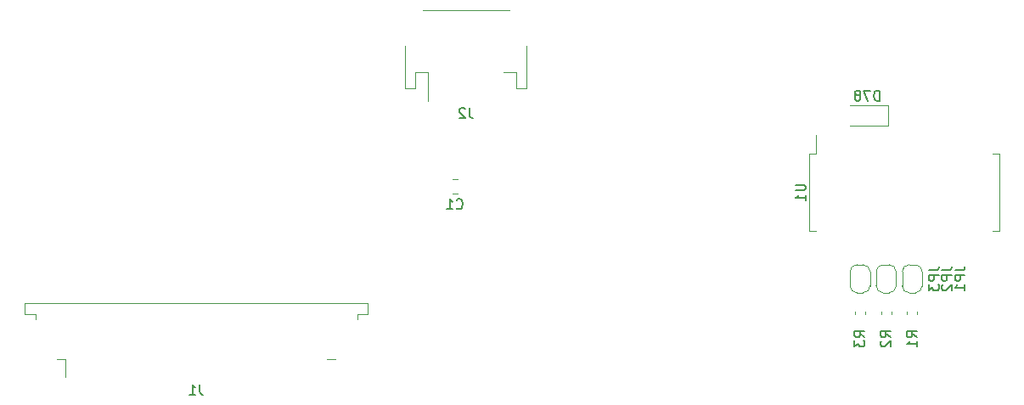
<source format=gbo>
G04 #@! TF.GenerationSoftware,KiCad,Pcbnew,(5.1.6)-1*
G04 #@! TF.CreationDate,2021-05-15T00:46:41-04:00*
G04 #@! TF.ProjectId,keyboard-layout-tall,6b657962-6f61-4726-942d-6c61796f7574,rev?*
G04 #@! TF.SameCoordinates,Original*
G04 #@! TF.FileFunction,Legend,Bot*
G04 #@! TF.FilePolarity,Positive*
%FSLAX46Y46*%
G04 Gerber Fmt 4.6, Leading zero omitted, Abs format (unit mm)*
G04 Created by KiCad (PCBNEW (5.1.6)-1) date 2021-05-15 00:46:41*
%MOMM*%
%LPD*%
G01*
G04 APERTURE LIST*
%ADD10C,0.120000*%
%ADD11C,0.150000*%
%ADD12C,1.802000*%
%ADD13C,4.102000*%
%ADD14C,2.302000*%
%ADD15C,1.626000*%
%ADD16C,3.152000*%
%ADD17C,3.302000*%
%ADD18R,0.712000X2.102000*%
%ADD19R,2.782000X3.702000*%
%ADD20R,1.202000X1.202000*%
%ADD21C,0.100000*%
G04 APERTURE END LIST*
D10*
X276145000Y-82340000D02*
X276145000Y-81800000D01*
X276145000Y-81800000D02*
X277170000Y-81800000D01*
X277170000Y-81800000D02*
X277170000Y-80690000D01*
X277170000Y-80690000D02*
X243030000Y-80690000D01*
X243030000Y-80690000D02*
X243030000Y-81800000D01*
X243030000Y-81800000D02*
X244055000Y-81800000D01*
X244055000Y-81800000D02*
X244055000Y-82340000D01*
X246210000Y-86310000D02*
X247035000Y-86310000D01*
X247035000Y-86310000D02*
X247035000Y-88110000D01*
X273165000Y-86310000D02*
X273990000Y-86310000D01*
X340160000Y-69700000D02*
X340160000Y-73560000D01*
X340160000Y-73560000D02*
X339515000Y-73560000D01*
X340160000Y-69700000D02*
X340160000Y-65840000D01*
X340160000Y-65840000D02*
X339515000Y-65840000D01*
X321240000Y-69700000D02*
X321240000Y-73560000D01*
X321240000Y-73560000D02*
X321885000Y-73560000D01*
X321240000Y-69700000D02*
X321240000Y-65840000D01*
X321240000Y-65840000D02*
X321885000Y-65840000D01*
X321885000Y-65840000D02*
X321885000Y-64000000D01*
X286158578Y-68390000D02*
X285641422Y-68390000D01*
X286158578Y-69810000D02*
X285641422Y-69810000D01*
X329100000Y-61000000D02*
X329100000Y-63000000D01*
X329100000Y-63000000D02*
X325250000Y-63000000D01*
X329100000Y-61000000D02*
X325250000Y-61000000D01*
X330500000Y-77600000D02*
X330500000Y-79000000D01*
X331200000Y-79700000D02*
X331800000Y-79700000D01*
X332500000Y-79000000D02*
X332500000Y-77600000D01*
X331800000Y-76900000D02*
X331200000Y-76900000D01*
X331200000Y-76900000D02*
G75*
G03*
X330500000Y-77600000I0J-700000D01*
G01*
X332500000Y-77600000D02*
G75*
G03*
X331800000Y-76900000I-700000J0D01*
G01*
X331800000Y-79700000D02*
G75*
G03*
X332500000Y-79000000I0J700000D01*
G01*
X330500000Y-79000000D02*
G75*
G03*
X331200000Y-79700000I700000J0D01*
G01*
X329200000Y-76900000D02*
X328600000Y-76900000D01*
X329900000Y-79000000D02*
X329900000Y-77600000D01*
X328600000Y-79700000D02*
X329200000Y-79700000D01*
X327900000Y-77600000D02*
X327900000Y-79000000D01*
X327900000Y-79000000D02*
G75*
G03*
X328600000Y-79700000I700000J0D01*
G01*
X329200000Y-79700000D02*
G75*
G03*
X329900000Y-79000000I0J700000D01*
G01*
X329900000Y-77600000D02*
G75*
G03*
X329200000Y-76900000I-700000J0D01*
G01*
X328600000Y-76900000D02*
G75*
G03*
X327900000Y-77600000I0J-700000D01*
G01*
X326600000Y-76900000D02*
X326000000Y-76900000D01*
X327300000Y-79000000D02*
X327300000Y-77600000D01*
X326000000Y-79700000D02*
X326600000Y-79700000D01*
X325300000Y-77600000D02*
X325300000Y-79000000D01*
X325300000Y-79000000D02*
G75*
G03*
X326000000Y-79700000I700000J0D01*
G01*
X326600000Y-79700000D02*
G75*
G03*
X327300000Y-79000000I0J700000D01*
G01*
X327300000Y-77600000D02*
G75*
G03*
X326600000Y-76900000I-700000J0D01*
G01*
X326000000Y-76900000D02*
G75*
G03*
X325300000Y-77600000I0J-700000D01*
G01*
X330990000Y-81537221D02*
X330990000Y-81862779D01*
X332010000Y-81537221D02*
X332010000Y-81862779D01*
X329410000Y-81537221D02*
X329410000Y-81862779D01*
X328390000Y-81537221D02*
X328390000Y-81862779D01*
X325790000Y-81537221D02*
X325790000Y-81862779D01*
X326810000Y-81537221D02*
X326810000Y-81862779D01*
X280940000Y-55060000D02*
X280940000Y-59310000D01*
X280940000Y-59310000D02*
X281960000Y-59310000D01*
X281960000Y-59310000D02*
X281960000Y-57710000D01*
X281960000Y-57710000D02*
X283240000Y-57710000D01*
X283240000Y-57710000D02*
X283240000Y-60600000D01*
X293060000Y-55060000D02*
X293060000Y-59310000D01*
X293060000Y-59310000D02*
X292040000Y-59310000D01*
X292040000Y-59310000D02*
X292040000Y-57710000D01*
X292040000Y-57710000D02*
X290760000Y-57710000D01*
X282660000Y-51490000D02*
X291340000Y-51490000D01*
D11*
X260433333Y-88852380D02*
X260433333Y-89566666D01*
X260480952Y-89709523D01*
X260576190Y-89804761D01*
X260719047Y-89852380D01*
X260814285Y-89852380D01*
X259433333Y-89852380D02*
X260004761Y-89852380D01*
X259719047Y-89852380D02*
X259719047Y-88852380D01*
X259814285Y-88995238D01*
X259909523Y-89090476D01*
X260004761Y-89138095D01*
X319852380Y-68938095D02*
X320661904Y-68938095D01*
X320757142Y-68985714D01*
X320804761Y-69033333D01*
X320852380Y-69128571D01*
X320852380Y-69319047D01*
X320804761Y-69414285D01*
X320757142Y-69461904D01*
X320661904Y-69509523D01*
X319852380Y-69509523D01*
X320852380Y-70509523D02*
X320852380Y-69938095D01*
X320852380Y-70223809D02*
X319852380Y-70223809D01*
X319995238Y-70128571D01*
X320090476Y-70033333D01*
X320138095Y-69938095D01*
X286066666Y-71257142D02*
X286114285Y-71304761D01*
X286257142Y-71352380D01*
X286352380Y-71352380D01*
X286495238Y-71304761D01*
X286590476Y-71209523D01*
X286638095Y-71114285D01*
X286685714Y-70923809D01*
X286685714Y-70780952D01*
X286638095Y-70590476D01*
X286590476Y-70495238D01*
X286495238Y-70400000D01*
X286352380Y-70352380D01*
X286257142Y-70352380D01*
X286114285Y-70400000D01*
X286066666Y-70447619D01*
X285114285Y-71352380D02*
X285685714Y-71352380D01*
X285400000Y-71352380D02*
X285400000Y-70352380D01*
X285495238Y-70495238D01*
X285590476Y-70590476D01*
X285685714Y-70638095D01*
X328241285Y-60547380D02*
X328241285Y-59547380D01*
X328003190Y-59547380D01*
X327860333Y-59595000D01*
X327765095Y-59690238D01*
X327717476Y-59785476D01*
X327669857Y-59975952D01*
X327669857Y-60118809D01*
X327717476Y-60309285D01*
X327765095Y-60404523D01*
X327860333Y-60499761D01*
X328003190Y-60547380D01*
X328241285Y-60547380D01*
X327336523Y-59547380D02*
X326669857Y-59547380D01*
X327098428Y-60547380D01*
X326146047Y-59975952D02*
X326241285Y-59928333D01*
X326288904Y-59880714D01*
X326336523Y-59785476D01*
X326336523Y-59737857D01*
X326288904Y-59642619D01*
X326241285Y-59595000D01*
X326146047Y-59547380D01*
X325955571Y-59547380D01*
X325860333Y-59595000D01*
X325812714Y-59642619D01*
X325765095Y-59737857D01*
X325765095Y-59785476D01*
X325812714Y-59880714D01*
X325860333Y-59928333D01*
X325955571Y-59975952D01*
X326146047Y-59975952D01*
X326241285Y-60023571D01*
X326288904Y-60071190D01*
X326336523Y-60166428D01*
X326336523Y-60356904D01*
X326288904Y-60452142D01*
X326241285Y-60499761D01*
X326146047Y-60547380D01*
X325955571Y-60547380D01*
X325860333Y-60499761D01*
X325812714Y-60452142D01*
X325765095Y-60356904D01*
X325765095Y-60166428D01*
X325812714Y-60071190D01*
X325860333Y-60023571D01*
X325955571Y-59975952D01*
X335752380Y-77466666D02*
X336466666Y-77466666D01*
X336609523Y-77419047D01*
X336704761Y-77323809D01*
X336752380Y-77180952D01*
X336752380Y-77085714D01*
X336752380Y-77942857D02*
X335752380Y-77942857D01*
X335752380Y-78323809D01*
X335800000Y-78419047D01*
X335847619Y-78466666D01*
X335942857Y-78514285D01*
X336085714Y-78514285D01*
X336180952Y-78466666D01*
X336228571Y-78419047D01*
X336276190Y-78323809D01*
X336276190Y-77942857D01*
X336752380Y-79466666D02*
X336752380Y-78895238D01*
X336752380Y-79180952D02*
X335752380Y-79180952D01*
X335895238Y-79085714D01*
X335990476Y-78990476D01*
X336038095Y-78895238D01*
X334452380Y-77466666D02*
X335166666Y-77466666D01*
X335309523Y-77419047D01*
X335404761Y-77323809D01*
X335452380Y-77180952D01*
X335452380Y-77085714D01*
X335452380Y-77942857D02*
X334452380Y-77942857D01*
X334452380Y-78323809D01*
X334500000Y-78419047D01*
X334547619Y-78466666D01*
X334642857Y-78514285D01*
X334785714Y-78514285D01*
X334880952Y-78466666D01*
X334928571Y-78419047D01*
X334976190Y-78323809D01*
X334976190Y-77942857D01*
X334547619Y-78895238D02*
X334500000Y-78942857D01*
X334452380Y-79038095D01*
X334452380Y-79276190D01*
X334500000Y-79371428D01*
X334547619Y-79419047D01*
X334642857Y-79466666D01*
X334738095Y-79466666D01*
X334880952Y-79419047D01*
X335452380Y-78847619D01*
X335452380Y-79466666D01*
X333152380Y-77466666D02*
X333866666Y-77466666D01*
X334009523Y-77419047D01*
X334104761Y-77323809D01*
X334152380Y-77180952D01*
X334152380Y-77085714D01*
X334152380Y-77942857D02*
X333152380Y-77942857D01*
X333152380Y-78323809D01*
X333200000Y-78419047D01*
X333247619Y-78466666D01*
X333342857Y-78514285D01*
X333485714Y-78514285D01*
X333580952Y-78466666D01*
X333628571Y-78419047D01*
X333676190Y-78323809D01*
X333676190Y-77942857D01*
X333152380Y-78847619D02*
X333152380Y-79466666D01*
X333533333Y-79133333D01*
X333533333Y-79276190D01*
X333580952Y-79371428D01*
X333628571Y-79419047D01*
X333723809Y-79466666D01*
X333961904Y-79466666D01*
X334057142Y-79419047D01*
X334104761Y-79371428D01*
X334152380Y-79276190D01*
X334152380Y-78990476D01*
X334104761Y-78895238D01*
X334057142Y-78847619D01*
X331952380Y-84133333D02*
X331476190Y-83800000D01*
X331952380Y-83561904D02*
X330952380Y-83561904D01*
X330952380Y-83942857D01*
X331000000Y-84038095D01*
X331047619Y-84085714D01*
X331142857Y-84133333D01*
X331285714Y-84133333D01*
X331380952Y-84085714D01*
X331428571Y-84038095D01*
X331476190Y-83942857D01*
X331476190Y-83561904D01*
X331952380Y-85085714D02*
X331952380Y-84514285D01*
X331952380Y-84800000D02*
X330952380Y-84800000D01*
X331095238Y-84704761D01*
X331190476Y-84609523D01*
X331238095Y-84514285D01*
X329352380Y-84133333D02*
X328876190Y-83800000D01*
X329352380Y-83561904D02*
X328352380Y-83561904D01*
X328352380Y-83942857D01*
X328400000Y-84038095D01*
X328447619Y-84085714D01*
X328542857Y-84133333D01*
X328685714Y-84133333D01*
X328780952Y-84085714D01*
X328828571Y-84038095D01*
X328876190Y-83942857D01*
X328876190Y-83561904D01*
X328447619Y-84514285D02*
X328400000Y-84561904D01*
X328352380Y-84657142D01*
X328352380Y-84895238D01*
X328400000Y-84990476D01*
X328447619Y-85038095D01*
X328542857Y-85085714D01*
X328638095Y-85085714D01*
X328780952Y-85038095D01*
X329352380Y-84466666D01*
X329352380Y-85085714D01*
X326752380Y-84133333D02*
X326276190Y-83800000D01*
X326752380Y-83561904D02*
X325752380Y-83561904D01*
X325752380Y-83942857D01*
X325800000Y-84038095D01*
X325847619Y-84085714D01*
X325942857Y-84133333D01*
X326085714Y-84133333D01*
X326180952Y-84085714D01*
X326228571Y-84038095D01*
X326276190Y-83942857D01*
X326276190Y-83561904D01*
X325752380Y-84466666D02*
X325752380Y-85085714D01*
X326133333Y-84752380D01*
X326133333Y-84895238D01*
X326180952Y-84990476D01*
X326228571Y-85038095D01*
X326323809Y-85085714D01*
X326561904Y-85085714D01*
X326657142Y-85038095D01*
X326704761Y-84990476D01*
X326752380Y-84895238D01*
X326752380Y-84609523D01*
X326704761Y-84514285D01*
X326657142Y-84466666D01*
X287333333Y-61252380D02*
X287333333Y-61966666D01*
X287380952Y-62109523D01*
X287476190Y-62204761D01*
X287619047Y-62252380D01*
X287714285Y-62252380D01*
X286904761Y-61347619D02*
X286857142Y-61300000D01*
X286761904Y-61252380D01*
X286523809Y-61252380D01*
X286428571Y-61300000D01*
X286380952Y-61347619D01*
X286333333Y-61442857D01*
X286333333Y-61538095D01*
X286380952Y-61680952D01*
X286952380Y-62252380D01*
X286333333Y-62252380D01*
%LPC*%
D12*
X276283750Y-174635000D03*
X266123750Y-174635000D03*
D13*
X271203750Y-174635000D03*
D14*
X267393750Y-172095000D03*
X273743750Y-169555000D03*
D12*
X335815000Y-155585000D03*
X325655000Y-155585000D03*
D13*
X330735000Y-155585000D03*
D14*
X326925000Y-153045000D03*
X333275000Y-150505000D03*
D12*
X78640000Y-69860000D03*
X68480000Y-69860000D03*
D13*
X73560000Y-69860000D03*
D14*
X69750000Y-67320000D03*
X76100000Y-64780000D03*
D15*
X294800000Y-63150000D03*
X297340000Y-63150000D03*
X299880000Y-63150000D03*
X302420000Y-63150000D03*
X304960000Y-63150000D03*
X307500000Y-63150000D03*
X310040000Y-63150000D03*
X312580000Y-63150000D03*
X315120000Y-63150000D03*
X317660000Y-63150000D03*
X320200000Y-63150000D03*
X320200000Y-75850000D03*
X317660000Y-75850000D03*
X315120000Y-75850000D03*
X312580000Y-75850000D03*
X310040000Y-75850000D03*
X307500000Y-75850000D03*
X304960000Y-75850000D03*
X302420000Y-75850000D03*
X299880000Y-75850000D03*
X297340000Y-75850000D03*
X294800000Y-75850000D03*
D16*
X314060000Y-91435000D03*
X290260000Y-91435000D03*
D13*
X290260000Y-106675000D03*
X314060000Y-106675000D03*
D12*
X307240000Y-98435000D03*
X297080000Y-98435000D03*
D13*
X302160000Y-98435000D03*
D14*
X298350000Y-95895000D03*
X304700000Y-93355000D03*
D16*
X311678750Y-129535000D03*
X287878750Y-129535000D03*
D13*
X287878750Y-144775000D03*
X311678750Y-144775000D03*
D12*
X304858750Y-136535000D03*
X294698750Y-136535000D03*
D13*
X299778750Y-136535000D03*
D14*
X295968750Y-133995000D03*
X302318750Y-131455000D03*
D16*
X68791250Y-148585000D03*
X44991250Y-148585000D03*
D13*
X44991250Y-163825000D03*
X68791250Y-163825000D03*
D12*
X61971250Y-155585000D03*
X51811250Y-155585000D03*
D13*
X56891250Y-155585000D03*
D14*
X53081250Y-153045000D03*
X59431250Y-150505000D03*
D12*
X312002500Y-117485000D03*
X301842500Y-117485000D03*
D13*
X306922500Y-117485000D03*
D14*
X303112500Y-114945000D03*
X309462500Y-112405000D03*
D12*
X54827500Y-117485000D03*
X44667500Y-117485000D03*
D13*
X49747500Y-117485000D03*
D14*
X45937500Y-114945000D03*
X52287500Y-112405000D03*
D12*
X290571250Y-155585000D03*
X280411250Y-155585000D03*
D13*
X285491250Y-155585000D03*
D14*
X281681250Y-153045000D03*
X288031250Y-150505000D03*
D12*
X57208750Y-136535000D03*
X47048750Y-136535000D03*
D13*
X52128750Y-136535000D03*
D14*
X48318750Y-133995000D03*
X54668750Y-131455000D03*
D12*
X52446250Y-174635000D03*
X42286250Y-174635000D03*
D13*
X47366250Y-174635000D03*
D14*
X43556250Y-172095000D03*
X49906250Y-169555000D03*
D12*
X95308750Y-174635000D03*
X85148750Y-174635000D03*
D13*
X90228750Y-174635000D03*
D14*
X86418750Y-172095000D03*
X92768750Y-169555000D03*
D12*
X252471250Y-174635000D03*
X242311250Y-174635000D03*
D13*
X247391250Y-174635000D03*
D14*
X243581250Y-172095000D03*
X249931250Y-169555000D03*
D12*
X169127500Y-155585000D03*
X158967500Y-155585000D03*
D13*
X164047500Y-155585000D03*
D14*
X160237500Y-153045000D03*
X166587500Y-150505000D03*
D12*
X116740000Y-69860000D03*
X106580000Y-69860000D03*
D13*
X111660000Y-69860000D03*
D14*
X107850000Y-67320000D03*
X114200000Y-64780000D03*
D12*
X50065000Y-69860000D03*
X39905000Y-69860000D03*
D13*
X44985000Y-69860000D03*
D14*
X41175000Y-67320000D03*
X47525000Y-64780000D03*
D12*
X335815000Y-174635000D03*
X325655000Y-174635000D03*
D13*
X330735000Y-174635000D03*
D14*
X326925000Y-172095000D03*
X333275000Y-169555000D03*
D12*
X316765000Y-155585000D03*
X306605000Y-155585000D03*
D13*
X311685000Y-155585000D03*
D14*
X307875000Y-153045000D03*
X314225000Y-150505000D03*
D12*
X178652500Y-136535000D03*
X168492500Y-136535000D03*
D13*
X173572500Y-136535000D03*
D14*
X169762500Y-133995000D03*
X176112500Y-131455000D03*
D12*
X188177500Y-155585000D03*
X178017500Y-155585000D03*
D13*
X183097500Y-155585000D03*
D14*
X179287500Y-153045000D03*
X185637500Y-150505000D03*
D12*
X111977500Y-155585000D03*
X101817500Y-155585000D03*
D13*
X106897500Y-155585000D03*
D14*
X103087500Y-153045000D03*
X109437500Y-150505000D03*
D12*
X102452500Y-136535000D03*
X92292500Y-136535000D03*
D13*
X97372500Y-136535000D03*
D14*
X93562500Y-133995000D03*
X99912500Y-131455000D03*
D12*
X97690000Y-69860000D03*
X87530000Y-69860000D03*
D13*
X92610000Y-69860000D03*
D14*
X88800000Y-67320000D03*
X95150000Y-64780000D03*
D12*
X135790000Y-69860000D03*
X125630000Y-69860000D03*
D13*
X130710000Y-69860000D03*
D14*
X126900000Y-67320000D03*
X133250000Y-64780000D03*
D12*
X164365000Y-69860000D03*
X154205000Y-69860000D03*
D13*
X159285000Y-69860000D03*
D14*
X155475000Y-67320000D03*
X161825000Y-64780000D03*
D12*
X183415000Y-69860000D03*
X173255000Y-69860000D03*
D13*
X178335000Y-69860000D03*
D14*
X174525000Y-67320000D03*
X180875000Y-64780000D03*
D12*
X202465000Y-69860000D03*
X192305000Y-69860000D03*
D13*
X197385000Y-69860000D03*
D14*
X193575000Y-67320000D03*
X199925000Y-64780000D03*
D12*
X221515000Y-69860000D03*
X211355000Y-69860000D03*
D13*
X216435000Y-69860000D03*
D14*
X212625000Y-67320000D03*
X218975000Y-64780000D03*
D12*
X250090000Y-69860000D03*
X239930000Y-69860000D03*
D13*
X245010000Y-69860000D03*
D14*
X241200000Y-67320000D03*
X247550000Y-64780000D03*
D12*
X269140000Y-69860000D03*
X258980000Y-69860000D03*
D13*
X264060000Y-69860000D03*
D14*
X260250000Y-67320000D03*
X266600000Y-64780000D03*
D12*
X50065000Y-98435000D03*
X39905000Y-98435000D03*
D13*
X44985000Y-98435000D03*
D14*
X41175000Y-95895000D03*
X47525000Y-93355000D03*
D12*
X69115000Y-98435000D03*
X58955000Y-98435000D03*
D13*
X64035000Y-98435000D03*
D14*
X60225000Y-95895000D03*
X66575000Y-93355000D03*
D12*
X88165000Y-98435000D03*
X78005000Y-98435000D03*
D13*
X83085000Y-98435000D03*
D14*
X79275000Y-95895000D03*
X85625000Y-93355000D03*
D12*
X107215000Y-98435000D03*
X97055000Y-98435000D03*
D13*
X102135000Y-98435000D03*
D14*
X98325000Y-95895000D03*
X104675000Y-93355000D03*
D12*
X126265000Y-98435000D03*
X116105000Y-98435000D03*
D13*
X121185000Y-98435000D03*
D14*
X117375000Y-95895000D03*
X123725000Y-93355000D03*
D12*
X145315000Y-98435000D03*
X135155000Y-98435000D03*
D13*
X140235000Y-98435000D03*
D14*
X136425000Y-95895000D03*
X142775000Y-93355000D03*
D12*
X164365000Y-98435000D03*
X154205000Y-98435000D03*
D13*
X159285000Y-98435000D03*
D14*
X155475000Y-95895000D03*
X161825000Y-93355000D03*
D12*
X183415000Y-98435000D03*
X173255000Y-98435000D03*
D13*
X178335000Y-98435000D03*
D14*
X174525000Y-95895000D03*
X180875000Y-93355000D03*
D12*
X202465000Y-98435000D03*
X192305000Y-98435000D03*
D13*
X197385000Y-98435000D03*
D14*
X193575000Y-95895000D03*
X199925000Y-93355000D03*
D12*
X221515000Y-98435000D03*
X211355000Y-98435000D03*
D13*
X216435000Y-98435000D03*
D14*
X212625000Y-95895000D03*
X218975000Y-93355000D03*
D12*
X240565000Y-98435000D03*
X230405000Y-98435000D03*
D13*
X235485000Y-98435000D03*
D14*
X231675000Y-95895000D03*
X238025000Y-93355000D03*
D12*
X259615000Y-98435000D03*
X249455000Y-98435000D03*
D13*
X254535000Y-98435000D03*
D14*
X250725000Y-95895000D03*
X257075000Y-93355000D03*
D12*
X278665000Y-98435000D03*
X268505000Y-98435000D03*
D13*
X273585000Y-98435000D03*
D14*
X269775000Y-95895000D03*
X276125000Y-93355000D03*
D12*
X335815000Y-98435000D03*
X325655000Y-98435000D03*
D13*
X330735000Y-98435000D03*
D14*
X326925000Y-95895000D03*
X333275000Y-93355000D03*
D12*
X78640000Y-117485000D03*
X68480000Y-117485000D03*
D13*
X73560000Y-117485000D03*
D14*
X69750000Y-114945000D03*
X76100000Y-112405000D03*
D12*
X97690000Y-117485000D03*
X87530000Y-117485000D03*
D13*
X92610000Y-117485000D03*
D14*
X88800000Y-114945000D03*
X95150000Y-112405000D03*
D12*
X116740000Y-117485000D03*
X106580000Y-117485000D03*
D13*
X111660000Y-117485000D03*
D14*
X107850000Y-114945000D03*
X114200000Y-112405000D03*
D12*
X135790000Y-117485000D03*
X125630000Y-117485000D03*
D13*
X130710000Y-117485000D03*
D14*
X126900000Y-114945000D03*
X133250000Y-112405000D03*
D12*
X154840000Y-117485000D03*
X144680000Y-117485000D03*
D13*
X149760000Y-117485000D03*
D14*
X145950000Y-114945000D03*
X152300000Y-112405000D03*
D12*
X173890000Y-117485000D03*
X163730000Y-117485000D03*
D13*
X168810000Y-117485000D03*
D14*
X165000000Y-114945000D03*
X171350000Y-112405000D03*
D12*
X192940000Y-117485000D03*
X182780000Y-117485000D03*
D13*
X187860000Y-117485000D03*
D14*
X184050000Y-114945000D03*
X190400000Y-112405000D03*
D12*
X211990000Y-117485000D03*
X201830000Y-117485000D03*
D13*
X206910000Y-117485000D03*
D14*
X203100000Y-114945000D03*
X209450000Y-112405000D03*
D12*
X231040000Y-117485000D03*
X220880000Y-117485000D03*
D13*
X225960000Y-117485000D03*
D14*
X222150000Y-114945000D03*
X228500000Y-112405000D03*
D12*
X250090000Y-117485000D03*
X239930000Y-117485000D03*
D13*
X245010000Y-117485000D03*
D14*
X241200000Y-114945000D03*
X247550000Y-112405000D03*
D12*
X269140000Y-117485000D03*
X258980000Y-117485000D03*
D13*
X264060000Y-117485000D03*
D14*
X260250000Y-114945000D03*
X266600000Y-112405000D03*
D12*
X288190000Y-117485000D03*
X278030000Y-117485000D03*
D13*
X283110000Y-117485000D03*
D14*
X279300000Y-114945000D03*
X285650000Y-112405000D03*
D12*
X335815000Y-117485000D03*
X325655000Y-117485000D03*
D13*
X330735000Y-117485000D03*
D14*
X326925000Y-114945000D03*
X333275000Y-112405000D03*
D12*
X83402500Y-136535000D03*
X73242500Y-136535000D03*
D13*
X78322500Y-136535000D03*
D14*
X74512500Y-133995000D03*
X80862500Y-131455000D03*
D12*
X121502500Y-136535000D03*
X111342500Y-136535000D03*
D13*
X116422500Y-136535000D03*
D14*
X112612500Y-133995000D03*
X118962500Y-131455000D03*
D12*
X140552500Y-136535000D03*
X130392500Y-136535000D03*
D13*
X135472500Y-136535000D03*
D14*
X131662500Y-133995000D03*
X138012500Y-131455000D03*
D12*
X159602500Y-136535000D03*
X149442500Y-136535000D03*
D13*
X154522500Y-136535000D03*
D14*
X150712500Y-133995000D03*
X157062500Y-131455000D03*
D12*
X197702500Y-136535000D03*
X187542500Y-136535000D03*
D13*
X192622500Y-136535000D03*
D14*
X188812500Y-133995000D03*
X195162500Y-131455000D03*
D12*
X216752500Y-136535000D03*
X206592500Y-136535000D03*
D13*
X211672500Y-136535000D03*
D14*
X207862500Y-133995000D03*
X214212500Y-131455000D03*
D12*
X235802500Y-136535000D03*
X225642500Y-136535000D03*
D13*
X230722500Y-136535000D03*
D14*
X226912500Y-133995000D03*
X233262500Y-131455000D03*
D12*
X254852500Y-136535000D03*
X244692500Y-136535000D03*
D13*
X249772500Y-136535000D03*
D14*
X245962500Y-133995000D03*
X252312500Y-131455000D03*
D12*
X273902500Y-136535000D03*
X263742500Y-136535000D03*
D13*
X268822500Y-136535000D03*
D14*
X265012500Y-133995000D03*
X271362500Y-131455000D03*
D12*
X335815000Y-136535000D03*
X325655000Y-136535000D03*
D13*
X330735000Y-136535000D03*
D14*
X326925000Y-133995000D03*
X333275000Y-131455000D03*
D12*
X92927500Y-155585000D03*
X82767500Y-155585000D03*
D13*
X87847500Y-155585000D03*
D14*
X84037500Y-153045000D03*
X90387500Y-150505000D03*
D12*
X131027500Y-155585000D03*
X120867500Y-155585000D03*
D13*
X125947500Y-155585000D03*
D14*
X122137500Y-153045000D03*
X128487500Y-150505000D03*
D12*
X150077500Y-155585000D03*
X139917500Y-155585000D03*
D13*
X144997500Y-155585000D03*
D14*
X141187500Y-153045000D03*
X147537500Y-150505000D03*
D12*
X207227500Y-155585000D03*
X197067500Y-155585000D03*
D13*
X202147500Y-155585000D03*
D14*
X198337500Y-153045000D03*
X204687500Y-150505000D03*
D12*
X226277500Y-155585000D03*
X216117500Y-155585000D03*
D13*
X221197500Y-155585000D03*
D14*
X217387500Y-153045000D03*
X223737500Y-150505000D03*
D12*
X245327500Y-155585000D03*
X235167500Y-155585000D03*
D13*
X240247500Y-155585000D03*
D14*
X236437500Y-153045000D03*
X242787500Y-150505000D03*
D12*
X264377500Y-155585000D03*
X254217500Y-155585000D03*
D13*
X259297500Y-155585000D03*
D14*
X255487500Y-153045000D03*
X261837500Y-150505000D03*
D12*
X73877500Y-174635000D03*
X63717500Y-174635000D03*
D13*
X68797500Y-174635000D03*
D14*
X64987500Y-172095000D03*
X71337500Y-169555000D03*
D12*
X297715000Y-174635000D03*
X287555000Y-174635000D03*
D13*
X292635000Y-174635000D03*
D14*
X288825000Y-172095000D03*
X295175000Y-169555000D03*
D12*
X316765000Y-174635000D03*
X306605000Y-174635000D03*
D13*
X311685000Y-174635000D03*
D14*
X307875000Y-172095000D03*
X314225000Y-169555000D03*
D17*
X38000000Y-55000000D03*
X138000000Y-55000000D03*
X238000000Y-55000000D03*
X338000000Y-55000000D03*
D18*
X247600000Y-87200000D03*
X248600000Y-87200000D03*
X249600000Y-87200000D03*
X250600000Y-87200000D03*
X251600000Y-87200000D03*
X252600000Y-87200000D03*
X253600000Y-87200000D03*
X254600000Y-87200000D03*
X255600000Y-87200000D03*
X256600000Y-87200000D03*
X257600000Y-87200000D03*
X258600000Y-87200000D03*
X259600000Y-87200000D03*
X260600000Y-87200000D03*
X261600000Y-87200000D03*
X262600000Y-87200000D03*
X263600000Y-87200000D03*
X264600000Y-87200000D03*
X265600000Y-87200000D03*
X266600000Y-87200000D03*
X267600000Y-87200000D03*
X268600000Y-87200000D03*
X269600000Y-87200000D03*
X270600000Y-87200000D03*
X271600000Y-87200000D03*
X272600000Y-87200000D03*
D19*
X244610000Y-84400000D03*
X275590000Y-84400000D03*
D14*
X171350000Y-169555000D03*
X165000000Y-172095000D03*
D13*
X168810000Y-174635000D03*
D12*
X163730000Y-174635000D03*
X173890000Y-174635000D03*
D13*
X225960000Y-182875000D03*
X111660000Y-182875000D03*
D16*
X111660000Y-167635000D03*
X225960000Y-167635000D03*
G36*
G01*
X322269500Y-63949000D02*
X322620500Y-63949000D01*
G75*
G02*
X322796000Y-64124500I0J-175500D01*
G01*
X322796000Y-65675500D01*
G75*
G02*
X322620500Y-65851000I-175500J0D01*
G01*
X322269500Y-65851000D01*
G75*
G02*
X322094000Y-65675500I0J175500D01*
G01*
X322094000Y-64124500D01*
G75*
G02*
X322269500Y-63949000I175500J0D01*
G01*
G37*
G36*
G01*
X323539500Y-63949000D02*
X323890500Y-63949000D01*
G75*
G02*
X324066000Y-64124500I0J-175500D01*
G01*
X324066000Y-65675500D01*
G75*
G02*
X323890500Y-65851000I-175500J0D01*
G01*
X323539500Y-65851000D01*
G75*
G02*
X323364000Y-65675500I0J175500D01*
G01*
X323364000Y-64124500D01*
G75*
G02*
X323539500Y-63949000I175500J0D01*
G01*
G37*
G36*
G01*
X324809500Y-63949000D02*
X325160500Y-63949000D01*
G75*
G02*
X325336000Y-64124500I0J-175500D01*
G01*
X325336000Y-65675500D01*
G75*
G02*
X325160500Y-65851000I-175500J0D01*
G01*
X324809500Y-65851000D01*
G75*
G02*
X324634000Y-65675500I0J175500D01*
G01*
X324634000Y-64124500D01*
G75*
G02*
X324809500Y-63949000I175500J0D01*
G01*
G37*
G36*
G01*
X326079500Y-63949000D02*
X326430500Y-63949000D01*
G75*
G02*
X326606000Y-64124500I0J-175500D01*
G01*
X326606000Y-65675500D01*
G75*
G02*
X326430500Y-65851000I-175500J0D01*
G01*
X326079500Y-65851000D01*
G75*
G02*
X325904000Y-65675500I0J175500D01*
G01*
X325904000Y-64124500D01*
G75*
G02*
X326079500Y-63949000I175500J0D01*
G01*
G37*
G36*
G01*
X327349500Y-63949000D02*
X327700500Y-63949000D01*
G75*
G02*
X327876000Y-64124500I0J-175500D01*
G01*
X327876000Y-65675500D01*
G75*
G02*
X327700500Y-65851000I-175500J0D01*
G01*
X327349500Y-65851000D01*
G75*
G02*
X327174000Y-65675500I0J175500D01*
G01*
X327174000Y-64124500D01*
G75*
G02*
X327349500Y-63949000I175500J0D01*
G01*
G37*
G36*
G01*
X328619500Y-63949000D02*
X328970500Y-63949000D01*
G75*
G02*
X329146000Y-64124500I0J-175500D01*
G01*
X329146000Y-65675500D01*
G75*
G02*
X328970500Y-65851000I-175500J0D01*
G01*
X328619500Y-65851000D01*
G75*
G02*
X328444000Y-65675500I0J175500D01*
G01*
X328444000Y-64124500D01*
G75*
G02*
X328619500Y-63949000I175500J0D01*
G01*
G37*
G36*
G01*
X329889500Y-63949000D02*
X330240500Y-63949000D01*
G75*
G02*
X330416000Y-64124500I0J-175500D01*
G01*
X330416000Y-65675500D01*
G75*
G02*
X330240500Y-65851000I-175500J0D01*
G01*
X329889500Y-65851000D01*
G75*
G02*
X329714000Y-65675500I0J175500D01*
G01*
X329714000Y-64124500D01*
G75*
G02*
X329889500Y-63949000I175500J0D01*
G01*
G37*
G36*
G01*
X331159500Y-63949000D02*
X331510500Y-63949000D01*
G75*
G02*
X331686000Y-64124500I0J-175500D01*
G01*
X331686000Y-65675500D01*
G75*
G02*
X331510500Y-65851000I-175500J0D01*
G01*
X331159500Y-65851000D01*
G75*
G02*
X330984000Y-65675500I0J175500D01*
G01*
X330984000Y-64124500D01*
G75*
G02*
X331159500Y-63949000I175500J0D01*
G01*
G37*
G36*
G01*
X332429500Y-63949000D02*
X332780500Y-63949000D01*
G75*
G02*
X332956000Y-64124500I0J-175500D01*
G01*
X332956000Y-65675500D01*
G75*
G02*
X332780500Y-65851000I-175500J0D01*
G01*
X332429500Y-65851000D01*
G75*
G02*
X332254000Y-65675500I0J175500D01*
G01*
X332254000Y-64124500D01*
G75*
G02*
X332429500Y-63949000I175500J0D01*
G01*
G37*
G36*
G01*
X333699500Y-63949000D02*
X334050500Y-63949000D01*
G75*
G02*
X334226000Y-64124500I0J-175500D01*
G01*
X334226000Y-65675500D01*
G75*
G02*
X334050500Y-65851000I-175500J0D01*
G01*
X333699500Y-65851000D01*
G75*
G02*
X333524000Y-65675500I0J175500D01*
G01*
X333524000Y-64124500D01*
G75*
G02*
X333699500Y-63949000I175500J0D01*
G01*
G37*
G36*
G01*
X334969500Y-63949000D02*
X335320500Y-63949000D01*
G75*
G02*
X335496000Y-64124500I0J-175500D01*
G01*
X335496000Y-65675500D01*
G75*
G02*
X335320500Y-65851000I-175500J0D01*
G01*
X334969500Y-65851000D01*
G75*
G02*
X334794000Y-65675500I0J175500D01*
G01*
X334794000Y-64124500D01*
G75*
G02*
X334969500Y-63949000I175500J0D01*
G01*
G37*
G36*
G01*
X336239500Y-63949000D02*
X336590500Y-63949000D01*
G75*
G02*
X336766000Y-64124500I0J-175500D01*
G01*
X336766000Y-65675500D01*
G75*
G02*
X336590500Y-65851000I-175500J0D01*
G01*
X336239500Y-65851000D01*
G75*
G02*
X336064000Y-65675500I0J175500D01*
G01*
X336064000Y-64124500D01*
G75*
G02*
X336239500Y-63949000I175500J0D01*
G01*
G37*
G36*
G01*
X337509500Y-63949000D02*
X337860500Y-63949000D01*
G75*
G02*
X338036000Y-64124500I0J-175500D01*
G01*
X338036000Y-65675500D01*
G75*
G02*
X337860500Y-65851000I-175500J0D01*
G01*
X337509500Y-65851000D01*
G75*
G02*
X337334000Y-65675500I0J175500D01*
G01*
X337334000Y-64124500D01*
G75*
G02*
X337509500Y-63949000I175500J0D01*
G01*
G37*
G36*
G01*
X338779500Y-63949000D02*
X339130500Y-63949000D01*
G75*
G02*
X339306000Y-64124500I0J-175500D01*
G01*
X339306000Y-65675500D01*
G75*
G02*
X339130500Y-65851000I-175500J0D01*
G01*
X338779500Y-65851000D01*
G75*
G02*
X338604000Y-65675500I0J175500D01*
G01*
X338604000Y-64124500D01*
G75*
G02*
X338779500Y-63949000I175500J0D01*
G01*
G37*
G36*
G01*
X338779500Y-73549000D02*
X339130500Y-73549000D01*
G75*
G02*
X339306000Y-73724500I0J-175500D01*
G01*
X339306000Y-75275500D01*
G75*
G02*
X339130500Y-75451000I-175500J0D01*
G01*
X338779500Y-75451000D01*
G75*
G02*
X338604000Y-75275500I0J175500D01*
G01*
X338604000Y-73724500D01*
G75*
G02*
X338779500Y-73549000I175500J0D01*
G01*
G37*
G36*
G01*
X337509500Y-73549000D02*
X337860500Y-73549000D01*
G75*
G02*
X338036000Y-73724500I0J-175500D01*
G01*
X338036000Y-75275500D01*
G75*
G02*
X337860500Y-75451000I-175500J0D01*
G01*
X337509500Y-75451000D01*
G75*
G02*
X337334000Y-75275500I0J175500D01*
G01*
X337334000Y-73724500D01*
G75*
G02*
X337509500Y-73549000I175500J0D01*
G01*
G37*
G36*
G01*
X336239500Y-73549000D02*
X336590500Y-73549000D01*
G75*
G02*
X336766000Y-73724500I0J-175500D01*
G01*
X336766000Y-75275500D01*
G75*
G02*
X336590500Y-75451000I-175500J0D01*
G01*
X336239500Y-75451000D01*
G75*
G02*
X336064000Y-75275500I0J175500D01*
G01*
X336064000Y-73724500D01*
G75*
G02*
X336239500Y-73549000I175500J0D01*
G01*
G37*
G36*
G01*
X334969500Y-73549000D02*
X335320500Y-73549000D01*
G75*
G02*
X335496000Y-73724500I0J-175500D01*
G01*
X335496000Y-75275500D01*
G75*
G02*
X335320500Y-75451000I-175500J0D01*
G01*
X334969500Y-75451000D01*
G75*
G02*
X334794000Y-75275500I0J175500D01*
G01*
X334794000Y-73724500D01*
G75*
G02*
X334969500Y-73549000I175500J0D01*
G01*
G37*
G36*
G01*
X333699500Y-73549000D02*
X334050500Y-73549000D01*
G75*
G02*
X334226000Y-73724500I0J-175500D01*
G01*
X334226000Y-75275500D01*
G75*
G02*
X334050500Y-75451000I-175500J0D01*
G01*
X333699500Y-75451000D01*
G75*
G02*
X333524000Y-75275500I0J175500D01*
G01*
X333524000Y-73724500D01*
G75*
G02*
X333699500Y-73549000I175500J0D01*
G01*
G37*
G36*
G01*
X332429500Y-73549000D02*
X332780500Y-73549000D01*
G75*
G02*
X332956000Y-73724500I0J-175500D01*
G01*
X332956000Y-75275500D01*
G75*
G02*
X332780500Y-75451000I-175500J0D01*
G01*
X332429500Y-75451000D01*
G75*
G02*
X332254000Y-75275500I0J175500D01*
G01*
X332254000Y-73724500D01*
G75*
G02*
X332429500Y-73549000I175500J0D01*
G01*
G37*
G36*
G01*
X331159500Y-73549000D02*
X331510500Y-73549000D01*
G75*
G02*
X331686000Y-73724500I0J-175500D01*
G01*
X331686000Y-75275500D01*
G75*
G02*
X331510500Y-75451000I-175500J0D01*
G01*
X331159500Y-75451000D01*
G75*
G02*
X330984000Y-75275500I0J175500D01*
G01*
X330984000Y-73724500D01*
G75*
G02*
X331159500Y-73549000I175500J0D01*
G01*
G37*
G36*
G01*
X329889500Y-73549000D02*
X330240500Y-73549000D01*
G75*
G02*
X330416000Y-73724500I0J-175500D01*
G01*
X330416000Y-75275500D01*
G75*
G02*
X330240500Y-75451000I-175500J0D01*
G01*
X329889500Y-75451000D01*
G75*
G02*
X329714000Y-75275500I0J175500D01*
G01*
X329714000Y-73724500D01*
G75*
G02*
X329889500Y-73549000I175500J0D01*
G01*
G37*
G36*
G01*
X328619500Y-73549000D02*
X328970500Y-73549000D01*
G75*
G02*
X329146000Y-73724500I0J-175500D01*
G01*
X329146000Y-75275500D01*
G75*
G02*
X328970500Y-75451000I-175500J0D01*
G01*
X328619500Y-75451000D01*
G75*
G02*
X328444000Y-75275500I0J175500D01*
G01*
X328444000Y-73724500D01*
G75*
G02*
X328619500Y-73549000I175500J0D01*
G01*
G37*
G36*
G01*
X327349500Y-73549000D02*
X327700500Y-73549000D01*
G75*
G02*
X327876000Y-73724500I0J-175500D01*
G01*
X327876000Y-75275500D01*
G75*
G02*
X327700500Y-75451000I-175500J0D01*
G01*
X327349500Y-75451000D01*
G75*
G02*
X327174000Y-75275500I0J175500D01*
G01*
X327174000Y-73724500D01*
G75*
G02*
X327349500Y-73549000I175500J0D01*
G01*
G37*
G36*
G01*
X326079500Y-73549000D02*
X326430500Y-73549000D01*
G75*
G02*
X326606000Y-73724500I0J-175500D01*
G01*
X326606000Y-75275500D01*
G75*
G02*
X326430500Y-75451000I-175500J0D01*
G01*
X326079500Y-75451000D01*
G75*
G02*
X325904000Y-75275500I0J175500D01*
G01*
X325904000Y-73724500D01*
G75*
G02*
X326079500Y-73549000I175500J0D01*
G01*
G37*
G36*
G01*
X324809500Y-73549000D02*
X325160500Y-73549000D01*
G75*
G02*
X325336000Y-73724500I0J-175500D01*
G01*
X325336000Y-75275500D01*
G75*
G02*
X325160500Y-75451000I-175500J0D01*
G01*
X324809500Y-75451000D01*
G75*
G02*
X324634000Y-75275500I0J175500D01*
G01*
X324634000Y-73724500D01*
G75*
G02*
X324809500Y-73549000I175500J0D01*
G01*
G37*
G36*
G01*
X323539500Y-73549000D02*
X323890500Y-73549000D01*
G75*
G02*
X324066000Y-73724500I0J-175500D01*
G01*
X324066000Y-75275500D01*
G75*
G02*
X323890500Y-75451000I-175500J0D01*
G01*
X323539500Y-75451000D01*
G75*
G02*
X323364000Y-75275500I0J175500D01*
G01*
X323364000Y-73724500D01*
G75*
G02*
X323539500Y-73549000I175500J0D01*
G01*
G37*
G36*
G01*
X322269500Y-73549000D02*
X322620500Y-73549000D01*
G75*
G02*
X322796000Y-73724500I0J-175500D01*
G01*
X322796000Y-75275500D01*
G75*
G02*
X322620500Y-75451000I-175500J0D01*
G01*
X322269500Y-75451000D01*
G75*
G02*
X322094000Y-75275500I0J175500D01*
G01*
X322094000Y-73724500D01*
G75*
G02*
X322269500Y-73549000I175500J0D01*
G01*
G37*
G36*
G01*
X287376000Y-68618250D02*
X287376000Y-69581750D01*
G75*
G02*
X287106750Y-69851000I-269250J0D01*
G01*
X286568250Y-69851000D01*
G75*
G02*
X286299000Y-69581750I0J269250D01*
G01*
X286299000Y-68618250D01*
G75*
G02*
X286568250Y-68349000I269250J0D01*
G01*
X287106750Y-68349000D01*
G75*
G02*
X287376000Y-68618250I0J-269250D01*
G01*
G37*
G36*
G01*
X285501000Y-68618250D02*
X285501000Y-69581750D01*
G75*
G02*
X285231750Y-69851000I-269250J0D01*
G01*
X284693250Y-69851000D01*
G75*
G02*
X284424000Y-69581750I0J269250D01*
G01*
X284424000Y-68618250D01*
G75*
G02*
X284693250Y-68349000I269250J0D01*
G01*
X285231750Y-68349000D01*
G75*
G02*
X285501000Y-68618250I0J-269250D01*
G01*
G37*
D20*
X328300000Y-62000000D03*
X325500000Y-62000000D03*
D21*
G36*
X332300398Y-78956112D02*
G01*
X332300398Y-78974534D01*
X332300152Y-78979533D01*
X332295342Y-79028364D01*
X332294608Y-79033314D01*
X332285036Y-79081439D01*
X332283820Y-79086295D01*
X332269576Y-79133250D01*
X332267890Y-79137961D01*
X332249113Y-79183294D01*
X332246973Y-79187820D01*
X332223842Y-79231093D01*
X332221269Y-79235384D01*
X332194009Y-79276183D01*
X332191027Y-79280204D01*
X332159899Y-79318133D01*
X332156538Y-79321841D01*
X332121841Y-79356538D01*
X332118133Y-79359899D01*
X332080204Y-79391027D01*
X332076183Y-79394009D01*
X332035384Y-79421269D01*
X332031093Y-79423842D01*
X331987820Y-79446973D01*
X331983294Y-79449113D01*
X331937961Y-79467890D01*
X331933250Y-79469576D01*
X331886295Y-79483820D01*
X331881439Y-79485036D01*
X331833314Y-79494608D01*
X331828364Y-79495342D01*
X331779533Y-79500152D01*
X331774534Y-79500398D01*
X331756112Y-79500398D01*
X331750000Y-79501000D01*
X331250000Y-79501000D01*
X331243888Y-79500398D01*
X331225466Y-79500398D01*
X331220467Y-79500152D01*
X331171636Y-79495342D01*
X331166686Y-79494608D01*
X331118561Y-79485036D01*
X331113705Y-79483820D01*
X331066750Y-79469576D01*
X331062039Y-79467890D01*
X331016706Y-79449113D01*
X331012180Y-79446973D01*
X330968907Y-79423842D01*
X330964616Y-79421269D01*
X330923817Y-79394009D01*
X330919796Y-79391027D01*
X330881867Y-79359899D01*
X330878159Y-79356538D01*
X330843462Y-79321841D01*
X330840101Y-79318133D01*
X330808973Y-79280204D01*
X330805991Y-79276183D01*
X330778731Y-79235384D01*
X330776158Y-79231093D01*
X330753027Y-79187820D01*
X330750887Y-79183294D01*
X330732110Y-79137961D01*
X330730424Y-79133250D01*
X330716180Y-79086295D01*
X330714964Y-79081439D01*
X330705392Y-79033314D01*
X330704658Y-79028364D01*
X330699848Y-78979533D01*
X330699602Y-78974534D01*
X330699602Y-78956112D01*
X330699000Y-78950000D01*
X330699000Y-78450000D01*
X330699980Y-78440050D01*
X330702882Y-78430483D01*
X330707595Y-78421666D01*
X330713938Y-78413938D01*
X330721666Y-78407595D01*
X330730483Y-78402882D01*
X330740050Y-78399980D01*
X330750000Y-78399000D01*
X332250000Y-78399000D01*
X332259950Y-78399980D01*
X332269517Y-78402882D01*
X332278334Y-78407595D01*
X332286062Y-78413938D01*
X332292405Y-78421666D01*
X332297118Y-78430483D01*
X332300020Y-78440050D01*
X332301000Y-78450000D01*
X332301000Y-78950000D01*
X332300398Y-78956112D01*
G37*
G36*
X332300020Y-78159950D02*
G01*
X332297118Y-78169517D01*
X332292405Y-78178334D01*
X332286062Y-78186062D01*
X332278334Y-78192405D01*
X332269517Y-78197118D01*
X332259950Y-78200020D01*
X332250000Y-78201000D01*
X330750000Y-78201000D01*
X330740050Y-78200020D01*
X330730483Y-78197118D01*
X330721666Y-78192405D01*
X330713938Y-78186062D01*
X330707595Y-78178334D01*
X330702882Y-78169517D01*
X330699980Y-78159950D01*
X330699000Y-78150000D01*
X330699000Y-77650000D01*
X330699602Y-77643888D01*
X330699602Y-77625466D01*
X330699848Y-77620467D01*
X330704658Y-77571636D01*
X330705392Y-77566686D01*
X330714964Y-77518561D01*
X330716180Y-77513705D01*
X330730424Y-77466750D01*
X330732110Y-77462039D01*
X330750887Y-77416706D01*
X330753027Y-77412180D01*
X330776158Y-77368907D01*
X330778731Y-77364616D01*
X330805991Y-77323817D01*
X330808973Y-77319796D01*
X330840101Y-77281867D01*
X330843462Y-77278159D01*
X330878159Y-77243462D01*
X330881867Y-77240101D01*
X330919796Y-77208973D01*
X330923817Y-77205991D01*
X330964616Y-77178731D01*
X330968907Y-77176158D01*
X331012180Y-77153027D01*
X331016706Y-77150887D01*
X331062039Y-77132110D01*
X331066750Y-77130424D01*
X331113705Y-77116180D01*
X331118561Y-77114964D01*
X331166686Y-77105392D01*
X331171636Y-77104658D01*
X331220467Y-77099848D01*
X331225466Y-77099602D01*
X331243888Y-77099602D01*
X331250000Y-77099000D01*
X331750000Y-77099000D01*
X331756112Y-77099602D01*
X331774534Y-77099602D01*
X331779533Y-77099848D01*
X331828364Y-77104658D01*
X331833314Y-77105392D01*
X331881439Y-77114964D01*
X331886295Y-77116180D01*
X331933250Y-77130424D01*
X331937961Y-77132110D01*
X331983294Y-77150887D01*
X331987820Y-77153027D01*
X332031093Y-77176158D01*
X332035384Y-77178731D01*
X332076183Y-77205991D01*
X332080204Y-77208973D01*
X332118133Y-77240101D01*
X332121841Y-77243462D01*
X332156538Y-77278159D01*
X332159899Y-77281867D01*
X332191027Y-77319796D01*
X332194009Y-77323817D01*
X332221269Y-77364616D01*
X332223842Y-77368907D01*
X332246973Y-77412180D01*
X332249113Y-77416706D01*
X332267890Y-77462039D01*
X332269576Y-77466750D01*
X332283820Y-77513705D01*
X332285036Y-77518561D01*
X332294608Y-77566686D01*
X332295342Y-77571636D01*
X332300152Y-77620467D01*
X332300398Y-77625466D01*
X332300398Y-77643888D01*
X332301000Y-77650000D01*
X332301000Y-78150000D01*
X332300020Y-78159950D01*
G37*
G36*
X329700020Y-78159950D02*
G01*
X329697118Y-78169517D01*
X329692405Y-78178334D01*
X329686062Y-78186062D01*
X329678334Y-78192405D01*
X329669517Y-78197118D01*
X329659950Y-78200020D01*
X329650000Y-78201000D01*
X328150000Y-78201000D01*
X328140050Y-78200020D01*
X328130483Y-78197118D01*
X328121666Y-78192405D01*
X328113938Y-78186062D01*
X328107595Y-78178334D01*
X328102882Y-78169517D01*
X328099980Y-78159950D01*
X328099000Y-78150000D01*
X328099000Y-77650000D01*
X328099602Y-77643888D01*
X328099602Y-77625466D01*
X328099848Y-77620467D01*
X328104658Y-77571636D01*
X328105392Y-77566686D01*
X328114964Y-77518561D01*
X328116180Y-77513705D01*
X328130424Y-77466750D01*
X328132110Y-77462039D01*
X328150887Y-77416706D01*
X328153027Y-77412180D01*
X328176158Y-77368907D01*
X328178731Y-77364616D01*
X328205991Y-77323817D01*
X328208973Y-77319796D01*
X328240101Y-77281867D01*
X328243462Y-77278159D01*
X328278159Y-77243462D01*
X328281867Y-77240101D01*
X328319796Y-77208973D01*
X328323817Y-77205991D01*
X328364616Y-77178731D01*
X328368907Y-77176158D01*
X328412180Y-77153027D01*
X328416706Y-77150887D01*
X328462039Y-77132110D01*
X328466750Y-77130424D01*
X328513705Y-77116180D01*
X328518561Y-77114964D01*
X328566686Y-77105392D01*
X328571636Y-77104658D01*
X328620467Y-77099848D01*
X328625466Y-77099602D01*
X328643888Y-77099602D01*
X328650000Y-77099000D01*
X329150000Y-77099000D01*
X329156112Y-77099602D01*
X329174534Y-77099602D01*
X329179533Y-77099848D01*
X329228364Y-77104658D01*
X329233314Y-77105392D01*
X329281439Y-77114964D01*
X329286295Y-77116180D01*
X329333250Y-77130424D01*
X329337961Y-77132110D01*
X329383294Y-77150887D01*
X329387820Y-77153027D01*
X329431093Y-77176158D01*
X329435384Y-77178731D01*
X329476183Y-77205991D01*
X329480204Y-77208973D01*
X329518133Y-77240101D01*
X329521841Y-77243462D01*
X329556538Y-77278159D01*
X329559899Y-77281867D01*
X329591027Y-77319796D01*
X329594009Y-77323817D01*
X329621269Y-77364616D01*
X329623842Y-77368907D01*
X329646973Y-77412180D01*
X329649113Y-77416706D01*
X329667890Y-77462039D01*
X329669576Y-77466750D01*
X329683820Y-77513705D01*
X329685036Y-77518561D01*
X329694608Y-77566686D01*
X329695342Y-77571636D01*
X329700152Y-77620467D01*
X329700398Y-77625466D01*
X329700398Y-77643888D01*
X329701000Y-77650000D01*
X329701000Y-78150000D01*
X329700020Y-78159950D01*
G37*
G36*
X329700398Y-78956112D02*
G01*
X329700398Y-78974534D01*
X329700152Y-78979533D01*
X329695342Y-79028364D01*
X329694608Y-79033314D01*
X329685036Y-79081439D01*
X329683820Y-79086295D01*
X329669576Y-79133250D01*
X329667890Y-79137961D01*
X329649113Y-79183294D01*
X329646973Y-79187820D01*
X329623842Y-79231093D01*
X329621269Y-79235384D01*
X329594009Y-79276183D01*
X329591027Y-79280204D01*
X329559899Y-79318133D01*
X329556538Y-79321841D01*
X329521841Y-79356538D01*
X329518133Y-79359899D01*
X329480204Y-79391027D01*
X329476183Y-79394009D01*
X329435384Y-79421269D01*
X329431093Y-79423842D01*
X329387820Y-79446973D01*
X329383294Y-79449113D01*
X329337961Y-79467890D01*
X329333250Y-79469576D01*
X329286295Y-79483820D01*
X329281439Y-79485036D01*
X329233314Y-79494608D01*
X329228364Y-79495342D01*
X329179533Y-79500152D01*
X329174534Y-79500398D01*
X329156112Y-79500398D01*
X329150000Y-79501000D01*
X328650000Y-79501000D01*
X328643888Y-79500398D01*
X328625466Y-79500398D01*
X328620467Y-79500152D01*
X328571636Y-79495342D01*
X328566686Y-79494608D01*
X328518561Y-79485036D01*
X328513705Y-79483820D01*
X328466750Y-79469576D01*
X328462039Y-79467890D01*
X328416706Y-79449113D01*
X328412180Y-79446973D01*
X328368907Y-79423842D01*
X328364616Y-79421269D01*
X328323817Y-79394009D01*
X328319796Y-79391027D01*
X328281867Y-79359899D01*
X328278159Y-79356538D01*
X328243462Y-79321841D01*
X328240101Y-79318133D01*
X328208973Y-79280204D01*
X328205991Y-79276183D01*
X328178731Y-79235384D01*
X328176158Y-79231093D01*
X328153027Y-79187820D01*
X328150887Y-79183294D01*
X328132110Y-79137961D01*
X328130424Y-79133250D01*
X328116180Y-79086295D01*
X328114964Y-79081439D01*
X328105392Y-79033314D01*
X328104658Y-79028364D01*
X328099848Y-78979533D01*
X328099602Y-78974534D01*
X328099602Y-78956112D01*
X328099000Y-78950000D01*
X328099000Y-78450000D01*
X328099980Y-78440050D01*
X328102882Y-78430483D01*
X328107595Y-78421666D01*
X328113938Y-78413938D01*
X328121666Y-78407595D01*
X328130483Y-78402882D01*
X328140050Y-78399980D01*
X328150000Y-78399000D01*
X329650000Y-78399000D01*
X329659950Y-78399980D01*
X329669517Y-78402882D01*
X329678334Y-78407595D01*
X329686062Y-78413938D01*
X329692405Y-78421666D01*
X329697118Y-78430483D01*
X329700020Y-78440050D01*
X329701000Y-78450000D01*
X329701000Y-78950000D01*
X329700398Y-78956112D01*
G37*
G36*
X327100020Y-78159950D02*
G01*
X327097118Y-78169517D01*
X327092405Y-78178334D01*
X327086062Y-78186062D01*
X327078334Y-78192405D01*
X327069517Y-78197118D01*
X327059950Y-78200020D01*
X327050000Y-78201000D01*
X325550000Y-78201000D01*
X325540050Y-78200020D01*
X325530483Y-78197118D01*
X325521666Y-78192405D01*
X325513938Y-78186062D01*
X325507595Y-78178334D01*
X325502882Y-78169517D01*
X325499980Y-78159950D01*
X325499000Y-78150000D01*
X325499000Y-77650000D01*
X325499602Y-77643888D01*
X325499602Y-77625466D01*
X325499848Y-77620467D01*
X325504658Y-77571636D01*
X325505392Y-77566686D01*
X325514964Y-77518561D01*
X325516180Y-77513705D01*
X325530424Y-77466750D01*
X325532110Y-77462039D01*
X325550887Y-77416706D01*
X325553027Y-77412180D01*
X325576158Y-77368907D01*
X325578731Y-77364616D01*
X325605991Y-77323817D01*
X325608973Y-77319796D01*
X325640101Y-77281867D01*
X325643462Y-77278159D01*
X325678159Y-77243462D01*
X325681867Y-77240101D01*
X325719796Y-77208973D01*
X325723817Y-77205991D01*
X325764616Y-77178731D01*
X325768907Y-77176158D01*
X325812180Y-77153027D01*
X325816706Y-77150887D01*
X325862039Y-77132110D01*
X325866750Y-77130424D01*
X325913705Y-77116180D01*
X325918561Y-77114964D01*
X325966686Y-77105392D01*
X325971636Y-77104658D01*
X326020467Y-77099848D01*
X326025466Y-77099602D01*
X326043888Y-77099602D01*
X326050000Y-77099000D01*
X326550000Y-77099000D01*
X326556112Y-77099602D01*
X326574534Y-77099602D01*
X326579533Y-77099848D01*
X326628364Y-77104658D01*
X326633314Y-77105392D01*
X326681439Y-77114964D01*
X326686295Y-77116180D01*
X326733250Y-77130424D01*
X326737961Y-77132110D01*
X326783294Y-77150887D01*
X326787820Y-77153027D01*
X326831093Y-77176158D01*
X326835384Y-77178731D01*
X326876183Y-77205991D01*
X326880204Y-77208973D01*
X326918133Y-77240101D01*
X326921841Y-77243462D01*
X326956538Y-77278159D01*
X326959899Y-77281867D01*
X326991027Y-77319796D01*
X326994009Y-77323817D01*
X327021269Y-77364616D01*
X327023842Y-77368907D01*
X327046973Y-77412180D01*
X327049113Y-77416706D01*
X327067890Y-77462039D01*
X327069576Y-77466750D01*
X327083820Y-77513705D01*
X327085036Y-77518561D01*
X327094608Y-77566686D01*
X327095342Y-77571636D01*
X327100152Y-77620467D01*
X327100398Y-77625466D01*
X327100398Y-77643888D01*
X327101000Y-77650000D01*
X327101000Y-78150000D01*
X327100020Y-78159950D01*
G37*
G36*
X327100398Y-78956112D02*
G01*
X327100398Y-78974534D01*
X327100152Y-78979533D01*
X327095342Y-79028364D01*
X327094608Y-79033314D01*
X327085036Y-79081439D01*
X327083820Y-79086295D01*
X327069576Y-79133250D01*
X327067890Y-79137961D01*
X327049113Y-79183294D01*
X327046973Y-79187820D01*
X327023842Y-79231093D01*
X327021269Y-79235384D01*
X326994009Y-79276183D01*
X326991027Y-79280204D01*
X326959899Y-79318133D01*
X326956538Y-79321841D01*
X326921841Y-79356538D01*
X326918133Y-79359899D01*
X326880204Y-79391027D01*
X326876183Y-79394009D01*
X326835384Y-79421269D01*
X326831093Y-79423842D01*
X326787820Y-79446973D01*
X326783294Y-79449113D01*
X326737961Y-79467890D01*
X326733250Y-79469576D01*
X326686295Y-79483820D01*
X326681439Y-79485036D01*
X326633314Y-79494608D01*
X326628364Y-79495342D01*
X326579533Y-79500152D01*
X326574534Y-79500398D01*
X326556112Y-79500398D01*
X326550000Y-79501000D01*
X326050000Y-79501000D01*
X326043888Y-79500398D01*
X326025466Y-79500398D01*
X326020467Y-79500152D01*
X325971636Y-79495342D01*
X325966686Y-79494608D01*
X325918561Y-79485036D01*
X325913705Y-79483820D01*
X325866750Y-79469576D01*
X325862039Y-79467890D01*
X325816706Y-79449113D01*
X325812180Y-79446973D01*
X325768907Y-79423842D01*
X325764616Y-79421269D01*
X325723817Y-79394009D01*
X325719796Y-79391027D01*
X325681867Y-79359899D01*
X325678159Y-79356538D01*
X325643462Y-79321841D01*
X325640101Y-79318133D01*
X325608973Y-79280204D01*
X325605991Y-79276183D01*
X325578731Y-79235384D01*
X325576158Y-79231093D01*
X325553027Y-79187820D01*
X325550887Y-79183294D01*
X325532110Y-79137961D01*
X325530424Y-79133250D01*
X325516180Y-79086295D01*
X325514964Y-79081439D01*
X325505392Y-79033314D01*
X325504658Y-79028364D01*
X325499848Y-78979533D01*
X325499602Y-78974534D01*
X325499602Y-78956112D01*
X325499000Y-78950000D01*
X325499000Y-78450000D01*
X325499980Y-78440050D01*
X325502882Y-78430483D01*
X325507595Y-78421666D01*
X325513938Y-78413938D01*
X325521666Y-78407595D01*
X325530483Y-78402882D01*
X325540050Y-78399980D01*
X325550000Y-78399000D01*
X327050000Y-78399000D01*
X327059950Y-78399980D01*
X327069517Y-78402882D01*
X327078334Y-78407595D01*
X327086062Y-78413938D01*
X327092405Y-78421666D01*
X327097118Y-78430483D01*
X327100020Y-78440050D01*
X327101000Y-78450000D01*
X327101000Y-78950000D01*
X327100398Y-78956112D01*
G37*
G36*
G01*
X331218250Y-80424000D02*
X331781750Y-80424000D01*
G75*
G02*
X332026000Y-80668250I0J-244250D01*
G01*
X332026000Y-81156750D01*
G75*
G02*
X331781750Y-81401000I-244250J0D01*
G01*
X331218250Y-81401000D01*
G75*
G02*
X330974000Y-81156750I0J244250D01*
G01*
X330974000Y-80668250D01*
G75*
G02*
X331218250Y-80424000I244250J0D01*
G01*
G37*
G36*
G01*
X331218250Y-81999000D02*
X331781750Y-81999000D01*
G75*
G02*
X332026000Y-82243250I0J-244250D01*
G01*
X332026000Y-82731750D01*
G75*
G02*
X331781750Y-82976000I-244250J0D01*
G01*
X331218250Y-82976000D01*
G75*
G02*
X330974000Y-82731750I0J244250D01*
G01*
X330974000Y-82243250D01*
G75*
G02*
X331218250Y-81999000I244250J0D01*
G01*
G37*
G36*
G01*
X328618250Y-81999000D02*
X329181750Y-81999000D01*
G75*
G02*
X329426000Y-82243250I0J-244250D01*
G01*
X329426000Y-82731750D01*
G75*
G02*
X329181750Y-82976000I-244250J0D01*
G01*
X328618250Y-82976000D01*
G75*
G02*
X328374000Y-82731750I0J244250D01*
G01*
X328374000Y-82243250D01*
G75*
G02*
X328618250Y-81999000I244250J0D01*
G01*
G37*
G36*
G01*
X328618250Y-80424000D02*
X329181750Y-80424000D01*
G75*
G02*
X329426000Y-80668250I0J-244250D01*
G01*
X329426000Y-81156750D01*
G75*
G02*
X329181750Y-81401000I-244250J0D01*
G01*
X328618250Y-81401000D01*
G75*
G02*
X328374000Y-81156750I0J244250D01*
G01*
X328374000Y-80668250D01*
G75*
G02*
X328618250Y-80424000I244250J0D01*
G01*
G37*
G36*
G01*
X326018250Y-80424000D02*
X326581750Y-80424000D01*
G75*
G02*
X326826000Y-80668250I0J-244250D01*
G01*
X326826000Y-81156750D01*
G75*
G02*
X326581750Y-81401000I-244250J0D01*
G01*
X326018250Y-81401000D01*
G75*
G02*
X325774000Y-81156750I0J244250D01*
G01*
X325774000Y-80668250D01*
G75*
G02*
X326018250Y-80424000I244250J0D01*
G01*
G37*
G36*
G01*
X326018250Y-81999000D02*
X326581750Y-81999000D01*
G75*
G02*
X326826000Y-82243250I0J-244250D01*
G01*
X326826000Y-82731750D01*
G75*
G02*
X326581750Y-82976000I-244250J0D01*
G01*
X326018250Y-82976000D01*
G75*
G02*
X325774000Y-82731750I0J244250D01*
G01*
X325774000Y-82243250D01*
G75*
G02*
X326018250Y-81999000I244250J0D01*
G01*
G37*
D17*
X38000000Y-190000000D03*
X138000000Y-190000000D03*
X238000000Y-190000000D03*
X338000000Y-190000000D03*
G36*
G01*
X283449000Y-60375500D02*
X283449000Y-57324500D01*
G75*
G02*
X283724500Y-57049000I275500J0D01*
G01*
X284275500Y-57049000D01*
G75*
G02*
X284551000Y-57324500I0J-275500D01*
G01*
X284551000Y-60375500D01*
G75*
G02*
X284275500Y-60651000I-275500J0D01*
G01*
X283724500Y-60651000D01*
G75*
G02*
X283449000Y-60375500I0J275500D01*
G01*
G37*
G36*
G01*
X285449000Y-60375500D02*
X285449000Y-57324500D01*
G75*
G02*
X285724500Y-57049000I275500J0D01*
G01*
X286275500Y-57049000D01*
G75*
G02*
X286551000Y-57324500I0J-275500D01*
G01*
X286551000Y-60375500D01*
G75*
G02*
X286275500Y-60651000I-275500J0D01*
G01*
X285724500Y-60651000D01*
G75*
G02*
X285449000Y-60375500I0J275500D01*
G01*
G37*
G36*
G01*
X287449000Y-60375500D02*
X287449000Y-57324500D01*
G75*
G02*
X287724500Y-57049000I275500J0D01*
G01*
X288275500Y-57049000D01*
G75*
G02*
X288551000Y-57324500I0J-275500D01*
G01*
X288551000Y-60375500D01*
G75*
G02*
X288275500Y-60651000I-275500J0D01*
G01*
X287724500Y-60651000D01*
G75*
G02*
X287449000Y-60375500I0J275500D01*
G01*
G37*
G36*
G01*
X289449000Y-60375500D02*
X289449000Y-57324500D01*
G75*
G02*
X289724500Y-57049000I275500J0D01*
G01*
X290275500Y-57049000D01*
G75*
G02*
X290551000Y-57324500I0J-275500D01*
G01*
X290551000Y-60375500D01*
G75*
G02*
X290275500Y-60651000I-275500J0D01*
G01*
X289724500Y-60651000D01*
G75*
G02*
X289449000Y-60375500I0J275500D01*
G01*
G37*
G36*
G01*
X280849000Y-54584000D02*
X280849000Y-51616000D01*
G75*
G02*
X281116000Y-51349000I267000J0D01*
G01*
X282184000Y-51349000D01*
G75*
G02*
X282451000Y-51616000I0J-267000D01*
G01*
X282451000Y-54584000D01*
G75*
G02*
X282184000Y-54851000I-267000J0D01*
G01*
X281116000Y-54851000D01*
G75*
G02*
X280849000Y-54584000I0J267000D01*
G01*
G37*
G36*
G01*
X291549000Y-54584000D02*
X291549000Y-51616000D01*
G75*
G02*
X291816000Y-51349000I267000J0D01*
G01*
X292884000Y-51349000D01*
G75*
G02*
X293151000Y-51616000I0J-267000D01*
G01*
X293151000Y-54584000D01*
G75*
G02*
X292884000Y-54851000I-267000J0D01*
G01*
X291816000Y-54851000D01*
G75*
G02*
X291549000Y-54584000I0J267000D01*
G01*
G37*
M02*

</source>
